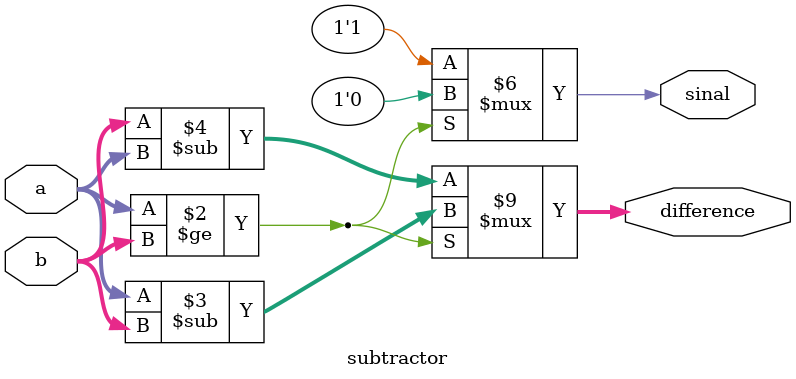
<source format=v>
module subtractor(input [3:0] a, input [3:0] b, output [7:0] difference, output sinal);
   always @(*) begin
      if (a >= b) begin
		difference= a - b;
		sinal = 0;
		end else begin
		difference = b - a;
		sinal = 1;
		end
		end
endmodule

</source>
